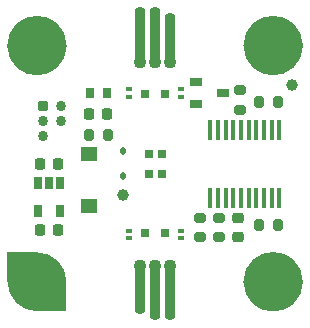
<source format=gts>
%TF.GenerationSoftware,KiCad,Pcbnew,9.0.2*%
%TF.CreationDate,2026-02-09T05:43:33+00:00*%
%TF.ProjectId,kicad_rgb_module,6b696361-645f-4726-9762-5f6d6f64756c,0.1*%
%TF.SameCoordinates,PX518a060PY47868c0*%
%TF.FileFunction,Soldermask,Top*%
%TF.FilePolarity,Negative*%
%FSLAX46Y46*%
G04 Gerber Fmt 4.6, Leading zero omitted, Abs format (unit mm)*
G04 Created by KiCad (PCBNEW 9.0.2) date 2026-02-09 05:43:33*
%MOMM*%
%LPD*%
G01*
G04 APERTURE LIST*
G04 Aperture macros list*
%AMRoundRect*
0 Rectangle with rounded corners*
0 $1 Rounding radius*
0 $2 $3 $4 $5 $6 $7 $8 $9 X,Y pos of 4 corners*
0 Add a 4 corners polygon primitive as box body*
4,1,4,$2,$3,$4,$5,$6,$7,$8,$9,$2,$3,0*
0 Add four circle primitives for the rounded corners*
1,1,$1+$1,$2,$3*
1,1,$1+$1,$4,$5*
1,1,$1+$1,$6,$7*
1,1,$1+$1,$8,$9*
0 Add four rect primitives between the rounded corners*
20,1,$1+$1,$2,$3,$4,$5,0*
20,1,$1+$1,$4,$5,$6,$7,0*
20,1,$1+$1,$6,$7,$8,$9,0*
20,1,$1+$1,$8,$9,$2,$3,0*%
%AMFreePoly0*
4,1,31,1.555635,1.555635,1.655822,1.452117,1.831196,1.223566,1.975237,0.974078,2.085481,0.707925,2.160042,0.429659,2.197645,0.144041,2.197645,-0.144041,2.160042,-0.429659,2.085481,-0.707925,1.975237,-0.974078,1.831196,-1.223566,1.655822,-1.452117,1.555635,-1.555635,0.000000,-3.111270,-1.555635,-1.555635,-1.655822,-1.452117,-1.831196,-1.223566,-1.975237,-0.974078,-2.085481,-0.707925,
-2.160042,-0.429659,-2.197645,-0.144041,-2.197645,0.144041,-2.160042,0.429659,-2.085481,0.707925,-1.975237,0.974078,-1.831196,1.223566,-1.655822,1.452117,-1.555635,1.555635,0.000000,3.111270,1.555635,1.555635,1.555635,1.555635,$1*%
G04 Aperture macros list end*
%ADD10C,0.000000*%
%ADD11C,2.500000*%
%ADD12FreePoly0,225.000000*%
%ADD13RoundRect,0.200000X-0.275000X0.200000X-0.275000X-0.200000X0.275000X-0.200000X0.275000X0.200000X0*%
%ADD14RoundRect,0.225000X-0.225000X-0.250000X0.225000X-0.250000X0.225000X0.250000X-0.225000X0.250000X0*%
%ADD15R,0.700000X1.000000*%
%ADD16RoundRect,0.172720X0.259080X-0.259080X0.259080X0.259080X-0.259080X0.259080X-0.259080X-0.259080X0*%
%ADD17C,0.863600*%
%ADD18R,0.700000X0.800000*%
%ADD19RoundRect,0.225000X-0.250000X0.225000X-0.250000X-0.225000X0.250000X-0.225000X0.250000X0.225000X0*%
%ADD20O,0.360000X1.740000*%
%ADD21R,0.800000X0.800000*%
%ADD22R,0.800000X0.860000*%
%ADD23RoundRect,0.225000X0.225000X0.250000X-0.225000X0.250000X-0.225000X-0.250000X0.225000X-0.250000X0*%
%ADD24R,0.550000X0.350000*%
%ADD25RoundRect,0.350100X-0.099900X-1.924900X0.099900X-1.924900X0.099900X1.924900X-0.099900X1.924900X0*%
%ADD26C,1.100000*%
%ADD27C,0.600000*%
%ADD28RoundRect,0.350100X-0.099900X-2.174900X0.099900X-2.174900X0.099900X2.174900X-0.099900X2.174900X0*%
%ADD29RoundRect,0.200000X-0.200000X-0.275000X0.200000X-0.275000X0.200000X0.275000X-0.200000X0.275000X0*%
%ADD30RoundRect,0.200000X0.200000X0.275000X-0.200000X0.275000X-0.200000X-0.275000X0.200000X-0.275000X0*%
%ADD31RoundRect,0.112500X0.112500X-0.187500X0.112500X0.187500X-0.112500X0.187500X-0.112500X-0.187500X0*%
%ADD32R,1.000000X0.800000*%
%ADD33C,1.000000*%
%ADD34R,1.360000X1.230000*%
%ADD35RoundRect,0.350100X0.099900X1.924900X-0.099900X1.924900X-0.099900X-1.924900X0.099900X-1.924900X0*%
%ADD36RoundRect,0.350100X0.099900X2.174900X-0.099900X2.174900X-0.099900X-2.174900X0.099900X-2.174900X0*%
G04 APERTURE END LIST*
D10*
%TO.C,MH1*%
G36*
X-10000000Y-7500000D02*
G01*
X-10000000Y-7500000D01*
G75*
G02*
X-7500000Y-10000000I0J-2500000D01*
G01*
X-7500000Y-12500000D01*
X-10000000Y-12500000D01*
G75*
G02*
X-12500000Y-10000000I0J2500000D01*
G01*
X-12500000Y-7500000D01*
X-10000000Y-7500000D01*
G37*
%TO.C,MH3*%
D11*
X11250000Y-10000000D02*
G75*
G02*
X8750000Y-10000000I-1250000J0D01*
G01*
X8750000Y-10000000D02*
G75*
G02*
X11250000Y-10000000I1250000J0D01*
G01*
%TO.C,MH4*%
X11250000Y10000000D02*
G75*
G02*
X8750000Y10000000I-1250000J0D01*
G01*
X8750000Y10000000D02*
G75*
G02*
X11250000Y10000000I1250000J0D01*
G01*
%TO.C,MH2*%
X-8750000Y10000000D02*
G75*
G02*
X-11250000Y10000000I-1250000J0D01*
G01*
X-11250000Y10000000D02*
G75*
G02*
X-8750000Y10000000I1250000J0D01*
G01*
%TD*%
D12*
%TO.C,MH1*%
X-10000000Y-10000000D03*
%TD*%
D13*
%TO.C,R2*%
X3800000Y-4575000D03*
X3800000Y-6225000D03*
%TD*%
D14*
%TO.C,C1*%
X-5575000Y4200000D03*
X-4025000Y4200000D03*
%TD*%
D15*
%TO.C,U2*%
X-8050000Y-1600000D03*
X-9000000Y-1600000D03*
X-9950000Y-1600000D03*
X-9950000Y-4000000D03*
X-8050000Y-4000000D03*
%TD*%
D16*
%TO.C,J1*%
X-9523900Y4870000D03*
D17*
X-7949100Y4870000D03*
X-9523900Y3600000D03*
X-7949100Y3600000D03*
X-9523900Y2330000D03*
%TD*%
D18*
%TO.C,D8*%
X-550000Y-850000D03*
X-550000Y850000D03*
X550000Y850000D03*
X550000Y-850000D03*
%TD*%
D19*
%TO.C,C2*%
X7000000Y-4625000D03*
X7000000Y-6175000D03*
%TD*%
D20*
%TO.C,U1*%
X4670000Y-2870000D03*
X5320000Y-2870000D03*
X5970000Y-2870000D03*
X6620000Y-2870000D03*
X7280000Y-2870000D03*
X7930000Y-2870000D03*
X8580000Y-2870000D03*
X9230000Y-2870000D03*
X9880000Y-2870000D03*
X10530000Y-2870000D03*
X10530000Y2870000D03*
X9880000Y2870000D03*
X9230000Y2870000D03*
X8580000Y2870000D03*
X7930000Y2870000D03*
X7280000Y2870000D03*
X6620000Y2870000D03*
X5970000Y2870000D03*
X5320000Y2870000D03*
X4670000Y2870000D03*
%TD*%
D21*
%TO.C,D7*%
X-850000Y5900000D03*
X850000Y5900000D03*
%TD*%
D22*
%TO.C,FB1*%
X-4100000Y6000000D03*
X-5500000Y6000000D03*
%TD*%
D23*
%TO.C,C4*%
X-8225000Y-5600000D03*
X-9775000Y-5600000D03*
%TD*%
D24*
%TO.C,D3*%
X-2200000Y-6320000D03*
X-2200000Y-5680000D03*
%TD*%
D21*
%TO.C,D6*%
X-850000Y-5900000D03*
X850000Y-5900000D03*
%TD*%
D25*
%TO.C,EC2*%
X1270000Y10475000D03*
D26*
X1270000Y8650000D03*
D27*
X0Y11525000D03*
D28*
X0Y10725000D03*
D26*
X0Y8650000D03*
D28*
X-1270000Y10725000D03*
D26*
X-1270000Y8650000D03*
%TD*%
D13*
%TO.C,R6*%
X7200000Y6225000D03*
X7200000Y4575000D03*
%TD*%
D24*
%TO.C,D4*%
X-2200000Y6320000D03*
X-2200000Y5680000D03*
%TD*%
D29*
%TO.C,R4*%
X8775000Y-5200000D03*
X10425000Y-5200000D03*
%TD*%
D24*
%TO.C,D5*%
X2200000Y6320000D03*
X2200000Y5680000D03*
%TD*%
D30*
%TO.C,R5*%
X10425000Y5200000D03*
X8775000Y5200000D03*
%TD*%
D31*
%TO.C,D9*%
X-2750000Y-1050000D03*
X-2750000Y1050000D03*
%TD*%
D32*
%TO.C,D1*%
X3450000Y6950000D03*
X3450000Y5050000D03*
X5750000Y6000000D03*
%TD*%
D29*
%TO.C,R1*%
X-5625000Y2400000D03*
X-3975000Y2400000D03*
%TD*%
D33*
%TO.C,TP2*%
X11600000Y6650000D03*
%TD*%
%TO.C,TP1*%
X-2750000Y-2650000D03*
%TD*%
D34*
%TO.C,SW1*%
X-5600000Y-3580000D03*
X-5600000Y780000D03*
%TD*%
D35*
%TO.C,EC1*%
X-1270000Y-10475000D03*
D26*
X-1270000Y-8650000D03*
D27*
X0Y-11525000D03*
D36*
X0Y-10725000D03*
D26*
X0Y-8650000D03*
D36*
X1270000Y-10725000D03*
D26*
X1270000Y-8650000D03*
%TD*%
D24*
%TO.C,D2*%
X2200000Y-6320000D03*
X2200000Y-5680000D03*
%TD*%
D23*
%TO.C,C3*%
X-8225000Y0D03*
X-9775000Y0D03*
%TD*%
D13*
%TO.C,R3*%
X5400000Y-4575000D03*
X5400000Y-6225000D03*
%TD*%
M02*

</source>
